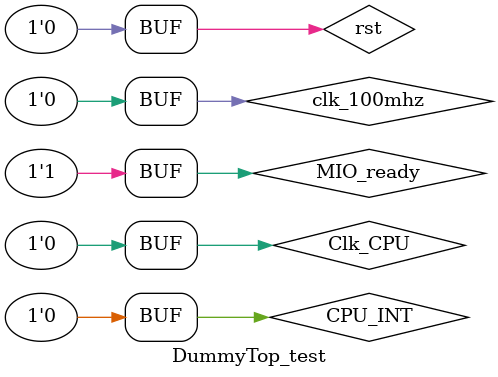
<source format=v>

`timescale 1ns / 1ps


module DummyTop_test;

	// Inputs
	reg clk_100mhz;
	reg Clk_CPU;
	reg CPU_INT;
	reg rst;
	reg MIO_ready;

	// Outputs
	wire CPU_MIO;

	// Instantiate the Unit Under Test (UUT)
	DummyTop uut (
		.clk_100mhz(clk_100mhz), 
		.Clk_CPU(Clk_CPU), 
		.CPU_INT(CPU_INT), 
		.rst(rst), 
		.MIO_ready(MIO_ready), 
		.CPU_MIO(CPU_MIO)
	);

	initial begin
		// Initialize Inputs
		clk_100mhz = 0;
		Clk_CPU = 0;
		CPU_INT = 0;
		rst = 0;
		MIO_ready = 1;

		// Wait 100 ns for global reset to finish
		#100;
        
		// Add stimulus here

	end
	always begin
		Clk_CPU = 1;#2;
		Clk_CPU = 0;#2;
	end
	
	always begin
		clk_100mhz = 1;#1;
		clk_100mhz = 0;#1;
	end
      
endmodule


</source>
